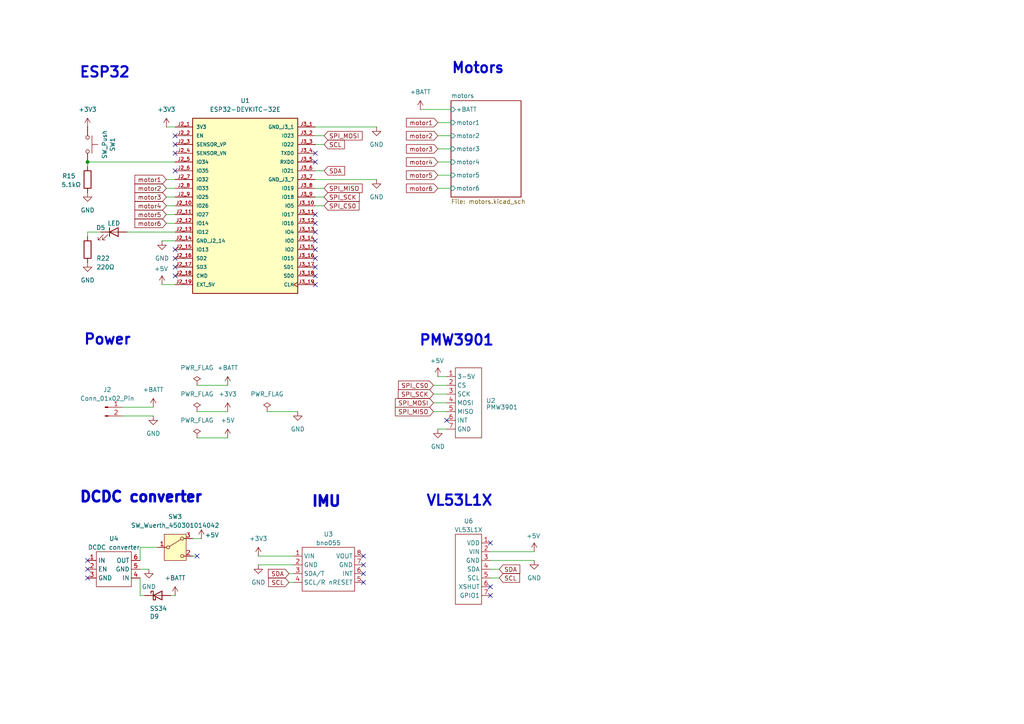
<source format=kicad_sch>
(kicad_sch (version 20231120) (generator "eeschema") (generator_version "8.0")
  (paper "A4")
  (lib_symbols
    (symbol "+3V3_1" (power) (pin_numbers hide) (pin_names (offset 0) hide)
      (property "Value" "+3V3" (at 0 3.556 0))
      (symbol "+3V3_1_0_1"
        (polyline (pts (xy -0.762 1.27) (xy 0 2.54)))
        (polyline (pts (xy 0 0) (xy 0 2.54)))
        (polyline (pts (xy 0 2.54) (xy 0.762 1.27)))
      )
      (symbol "+3V3_1_1_1"
        (pin power_in line (at 0 0 90) (length 0) (name "~") (number "1"))
      )
    )
    (symbol "Connector:Conn_01x02_Pin" (pin_names (offset 1.016) hide)
      (property "Reference" "J" (at 0 2.54 0))
      (property "Value" "Conn_01x02_Pin" (at 0 -5.08 0))
      (symbol "Conn_01x02_Pin_1_1"
        (polyline (pts (xy 1.27 -2.54) (xy 0.8636 -2.54)) (stroke (width 0.1524)))
        (polyline (pts (xy 1.27 0) (xy 0.8636 0)) (stroke (width 0.1524)))
        (rectangle (start 0.8636 -2.413) (end 0 -2.667) (stroke (width 0.1524)) (fill (type outline)))
        (rectangle (start 0.8636 0.127) (end 0 -0.127) (stroke (width 0.1524)) (fill (type outline)))
        (pin passive line (at 5.08 0 180) (length 3.81) (name "Pin_1") (number "1"))
        (pin passive line (at 5.08 -2.54 180) (length 3.81) (name "Pin_2") (number "2"))
      )
    )
    (symbol "Device:D_Schottky" (pin_numbers hide) (pin_names (offset 1.016) hide)
      (property "Reference" "D" (at 0 2.54 0))
      (property "Value" "D_Schottky" (at 0 -2.54 0))
      (symbol "D_Schottky_0_1"
        (polyline (pts (xy 1.27 0) (xy -1.27 0)))
        (polyline (pts (xy 1.27 1.27) (xy 1.27 -1.27) (xy -1.27 0) (xy 1.27 1.27)) (stroke (width 0.254)))
        (polyline (pts (xy -1.905 0.635) (xy -1.905 1.27) (xy -1.27 1.27) (xy -1.27 -1.27) (xy -0.635 -1.27) (xy -0.635 -0.635)) (stroke (width 0.254)))
      )
      (symbol "D_Schottky_1_1"
        (pin passive line (at -3.81 0 0) (length 2.54) (name "K") (number "1"))
        (pin passive line (at 3.81 0 180) (length 2.54) (name "A") (number "2"))
      )
    )
    (symbol "Device:LED" (pin_numbers hide) (pin_names (offset 1.016) hide)
      (property "Reference" "D" (at 0 2.54 0))
      (property "Value" "LED" (at 0 -2.54 0))
      (symbol "LED_0_1"
        (polyline (pts (xy -1.27 -1.27) (xy -1.27 1.27)) (stroke (width 0.254)))
        (polyline (pts (xy -1.27 0) (xy 1.27 0)))
        (polyline (pts (xy 1.27 -1.27) (xy 1.27 1.27) (xy -1.27 0) (xy 1.27 -1.27)) (stroke (width 0.254)))
        (polyline (pts (xy -3.048 -0.762) (xy -4.572 -2.286) (xy -3.81 -2.286) (xy -4.572 -2.286) (xy -4.572 -1.524)))
        (polyline (pts (xy -1.778 -0.762) (xy -3.302 -2.286) (xy -2.54 -2.286) (xy -3.302 -2.286) (xy -3.302 -1.524)))
      )
      (symbol "LED_1_1"
        (pin passive line (at -3.81 0 0) (length 2.54) (name "K") (number "1"))
        (pin passive line (at 3.81 0 180) (length 2.54) (name "A") (number "2"))
      )
    )
    (symbol "Device:R" (pin_numbers hide) (pin_names (offset 0))
      (property "Reference" "R" (at 2.032 0 90))
      (property "Value" "R" (at 0 0 90))
      (symbol "R_0_1"
        (rectangle (start -1.016 -2.54) (end 1.016 2.54) (stroke (width 0.254)))
      )
      (symbol "R_1_1"
        (pin passive line (at 0 3.81 270) (length 1.27) (name "~") (number "1"))
        (pin passive line (at 0 -3.81 90) (length 1.27) (name "~") (number "2"))
      )
    )
    (symbol "ESP32-DEVKITC-32E:ESP32-DEVKITC-32E" (pin_names (offset 1.016))
      (property "Reference" "U" (at -15.24 26.162 0))
      (property "Value" "ESP32-DEVKITC-32E" (at -15.24 -27.94 0))
      (symbol "ESP32-DEVKITC-32E_0_0"
        (rectangle (start -15.24 -25.4) (end 15.24 25.4) (stroke (width 0.254)) (fill (type background)))
        (pin power_in line (at -20.32 22.86 0) (length 5.08) (name "3V3") (number "J2_1"))
        (pin bidirectional line (at -20.32 0 0) (length 5.08) (name "IO26") (number "J2_10"))
        (pin bidirectional line (at -20.32 -2.54 0) (length 5.08) (name "IO27") (number "J2_11"))
        (pin bidirectional line (at -20.32 -5.08 0) (length 5.08) (name "IO14") (number "J2_12"))
        (pin bidirectional line (at -20.32 -7.62 0) (length 5.08) (name "IO12") (number "J2_13"))
        (pin power_in line (at -20.32 -10.16 0) (length 5.08) (name "GND_J2_14") (number "J2_14"))
        (pin bidirectional line (at -20.32 -12.7 0) (length 5.08) (name "IO13") (number "J2_15"))
        (pin bidirectional line (at -20.32 -15.24 0) (length 5.08) (name "SD2") (number "J2_16"))
        (pin bidirectional line (at -20.32 -17.78 0) (length 5.08) (name "SD3") (number "J2_17"))
        (pin bidirectional line (at -20.32 -20.32 0) (length 5.08) (name "CMD") (number "J2_18"))
        (pin power_in line (at -20.32 -22.86 0) (length 5.08) (name "EXT_5V") (number "J2_19"))
        (pin input line (at -20.32 20.32 0) (length 5.08) (name "EN") (number "J2_2"))
        (pin bidirectional line (at -20.32 17.78 0) (length 5.08) (name "SENSOR_VP") (number "J2_3"))
        (pin bidirectional line (at -20.32 15.24 0) (length 5.08) (name "SENSOR_VN") (number "J2_4"))
        (pin bidirectional line (at -20.32 12.7 0) (length 5.08) (name "IO34") (number "J2_5"))
        (pin bidirectional line (at -20.32 10.16 0) (length 5.08) (name "IO35") (number "J2_6"))
        (pin bidirectional line (at -20.32 7.62 0) (length 5.08) (name "IO32") (number "J2_7"))
        (pin bidirectional line (at -20.32 5.08 0) (length 5.08) (name "IO33") (number "J2_8"))
        (pin bidirectional line (at -20.32 2.54 0) (length 5.08) (name "IO25") (number "J2_9"))
        (pin power_in line (at 20.32 22.86 180) (length 5.08) (name "GND_J3_1") (number "J3_1"))
        (pin bidirectional line (at 20.32 0 180) (length 5.08) (name "IO5") (number "J3_10"))
        (pin bidirectional line (at 20.32 -2.54 180) (length 5.08) (name "IO17") (number "J3_11"))
        (pin bidirectional line (at 20.32 -5.08 180) (length 5.08) (name "IO16") (number "J3_12"))
        (pin bidirectional line (at 20.32 -7.62 180) (length 5.08) (name "IO4") (number "J3_13"))
        (pin bidirectional line (at 20.32 -10.16 180) (length 5.08) (name "IO0") (number "J3_14"))
        (pin bidirectional line (at 20.32 -12.7 180) (length 5.08) (name "IO2") (number "J3_15"))
        (pin bidirectional line (at 20.32 -15.24 180) (length 5.08) (name "IO15") (number "J3_16"))
        (pin bidirectional line (at 20.32 -17.78 180) (length 5.08) (name "SD1") (number "J3_17"))
        (pin bidirectional line (at 20.32 -20.32 180) (length 5.08) (name "SD0") (number "J3_18"))
        (pin bidirectional clock (at 20.32 -22.86 180) (length 5.08) (name "CLK") (number "J3_19"))
        (pin bidirectional line (at 20.32 20.32 180) (length 5.08) (name "IO23") (number "J3_2"))
        (pin bidirectional line (at 20.32 17.78 180) (length 5.08) (name "IO22") (number "J3_3"))
        (pin bidirectional line (at 20.32 15.24 180) (length 5.08) (name "TXD0") (number "J3_4"))
        (pin bidirectional line (at 20.32 12.7 180) (length 5.08) (name "RXD0") (number "J3_5"))
        (pin bidirectional line (at 20.32 10.16 180) (length 5.08) (name "IO21") (number "J3_6"))
        (pin power_in line (at 20.32 7.62 180) (length 5.08) (name "GND_J3_7") (number "J3_7"))
        (pin bidirectional line (at 20.32 5.08 180) (length 5.08) (name "IO19") (number "J3_8"))
        (pin bidirectional line (at 20.32 2.54 180) (length 5.08) (name "IO18") (number "J3_9"))
      )
    )
    (symbol "GND_1" (power) (pin_numbers hide) (pin_names (offset 0) hide)
      (property "Value" "GND" (at 0 -3.81 0))
      (symbol "GND_1_0_1"
        (polyline (pts (xy 0 0) (xy 0 -1.27) (xy 1.27 -1.27) (xy 0 -2.54) (xy -1.27 -1.27) (xy 0 -1.27)))
      )
      (symbol "GND_1_1_1"
        (pin power_in line (at 0 0 270) (length 0) (name "~") (number "1"))
      )
    )
    (symbol "POLOLU-3415_VL53L1X_1"
      (property "Reference" "U" (at 0 -13.208 0))
      (symbol "POLOLU-3415_VL53L1X_1_0_1"
        (rectangle (start 3.81 -11.43) (end -3.81 8.89))
      )
      (symbol "POLOLU-3415_VL53L1X_1_1_1"
        (pin power_out line (at 6.35 6.35 180) (length 2.54) (name "VDD") (number "1"))
        (pin power_in line (at 6.35 3.81 180) (length 2.54) (name "VIN") (number "2"))
        (pin power_in line (at 6.35 1.27 180) (length 2.54) (name "GND") (number "3"))
        (pin bidirectional line (at 6.35 -1.27 180) (length 2.54) (name "SDA") (number "4"))
        (pin bidirectional line (at 6.35 -3.81 180) (length 2.54) (name "SCL") (number "5"))
        (pin input line (at 6.35 -6.35 180) (length 2.54) (name "XSHUT") (number "6"))
        (pin output line (at 6.35 -8.89 180) (length 2.54) (name "GPIO1") (number "7"))
      )
    )
    (symbol "Switch:SW_Push" (pin_numbers hide) (pin_names (offset 1.016) hide)
      (property "Reference" "SW" (at 1.27 2.54 0))
      (property "Value" "SW_Push" (at 0 -1.524 0))
      (symbol "SW_Push_0_1"
        (circle (center -2.032 0) (radius 0.508))
        (polyline (pts (xy 0 1.27) (xy 0 3.048)))
        (polyline (pts (xy 2.54 1.27) (xy -2.54 1.27)))
        (circle (center 2.032 0) (radius 0.508))
        (pin passive line (at -5.08 0 0) (length 2.54) (name "1") (number "1"))
        (pin passive line (at 5.08 0 180) (length 2.54) (name "2") (number "2"))
      )
    )
    (symbol "Switch:SW_Wuerth_450301014042" (pin_names (offset 1) hide)
      (property "Reference" "SW" (at 0 5.08 0))
      (property "Value" "SW_Wuerth_450301014042" (at 0 -5.08 0))
      (symbol "SW_Wuerth_450301014042_0_1"
        (circle (center -2.032 0) (radius 0.4572))
        (polyline (pts (xy -1.651 0.254) (xy 1.651 2.286)))
        (circle (center 2.032 -2.54) (radius 0.4572))
        (circle (center 2.032 2.54) (radius 0.4572))
      )
      (symbol "SW_Wuerth_450301014042_1_1"
        (rectangle (start -3.175 3.81) (end 3.175 -3.81) (fill (type background)))
        (pin passive line (at -5.08 0 0) (length 2.54) (name "B") (number "1"))
        (pin passive line (at 5.08 -2.54 180) (length 2.54) (name "C") (number "2"))
        (pin passive line (at 5.08 2.54 180) (length 2.54) (name "A") (number "3"))
      )
    )
    (symbol "drone2:PIM453_PMW3901"
      (property "Reference" "U" (at 0 -12.954 0))
      (symbol "PIM453_PMW3901_0_1"
        (rectangle (start -3.81 8.89) (end 3.81 -11.43))
      )
      (symbol "PIM453_PMW3901_1_1"
        (pin power_in line (at -6.35 6.35 0) (length 2.54) (name "3-5V") (number "1"))
        (pin bidirectional line (at -6.35 3.81 0) (length 2.54) (name "CS") (number "2"))
        (pin bidirectional line (at -6.35 1.27 0) (length 2.54) (name "SCK") (number "3"))
        (pin input line (at -6.35 -1.27 0) (length 2.54) (name "MOSI") (number "4"))
        (pin output line (at -6.35 -3.81 0) (length 2.54) (name "MISO") (number "5"))
        (pin input line (at -6.35 -6.35 0) (length 2.54) (name "INT") (number "6"))
        (pin power_in line (at -6.35 -8.89 0) (length 2.54) (name "GND") (number "7"))
      )
    )
    (symbol "drone2:bno055_module"
      (property "Reference" "U" (at 0 10.16 0))
      (symbol "bno055_module_0_1"
        (rectangle (start -7.62 7.62) (end 7.62 -5.08))
      )
      (symbol "bno055_module_1_1"
        (pin power_in line (at -10.16 5.08 0) (length 2.54) (name "VIN") (number "1"))
        (pin power_in line (at -10.16 2.54 0) (length 2.54) (name "GND") (number "2"))
        (pin bidirectional line (at -10.16 0 0) (length 2.54) (name "SDA/T") (number "3"))
        (pin bidirectional line (at -10.16 -2.54 0) (length 2.54) (name "SCL/R") (number "4"))
        (pin input line (at 10.16 -2.54 180) (length 2.54) (name "nRESET") (number "5"))
        (pin output line (at 10.16 0 180) (length 2.54) (name "INT") (number "6"))
        (pin power_in line (at 10.16 2.54 180) (length 2.54) (name "GND") (number "7"))
        (pin power_out line (at 10.16 5.08 180) (length 2.54) (name "VOUT") (number "8"))
      )
    )
    (symbol "drone2:dcdc_converter_5V"
      (property "Reference" "U" (at 0 7.366 0))
      (symbol "dcdc_converter_5V_0_1"
        (rectangle (start -5.08 5.08) (end 5.08 -5.08))
      )
      (symbol "dcdc_converter_5V_1_1"
        (pin power_in line (at -7.62 2.54 0) (length 2.54) (name "IN") (number "1"))
        (pin input line (at -7.62 0 0) (length 2.54) (name "EN") (number "2"))
        (pin power_in line (at -7.62 -2.54 0) (length 2.54) (name "GND") (number "3"))
        (pin power_in line (at 7.62 -2.54 180) (length 2.54) (name "IN") (number "4"))
        (pin power_in line (at 7.62 0 180) (length 2.54) (name "GND") (number "5"))
        (pin power_out line (at 7.62 2.54 180) (length 2.54) (name "OUT") (number "6"))
      )
    )
    (symbol "power:+5V" (power) (pin_numbers hide) (pin_names (offset 0) hide)
      (property "Value" "+5V" (at 0 3.556 0))
      (symbol "+5V_0_1"
        (polyline (pts (xy -0.762 1.27) (xy 0 2.54)))
        (polyline (pts (xy 0 0) (xy 0 2.54)))
        (polyline (pts (xy 0 2.54) (xy 0.762 1.27)))
      )
      (symbol "+5V_1_1"
        (pin power_in line (at 0 0 90) (length 0) (name "~") (number "1"))
      )
    )
    (symbol "power:+BATT" (power) (pin_numbers hide) (pin_names (offset 0) hide)
      (property "Value" "+BATT" (at 0 3.556 0))
      (symbol "+BATT_0_1"
        (polyline (pts (xy -0.762 1.27) (xy 0 2.54)))
        (polyline (pts (xy 0 0) (xy 0 2.54)))
        (polyline (pts (xy 0 2.54) (xy 0.762 1.27)))
      )
      (symbol "+BATT_1_1"
        (pin power_in line (at 0 0 90) (length 0) (name "~") (number "1"))
      )
    )
    (symbol "power:PWR_FLAG" (power) (pin_numbers hide) (pin_names (offset 0) hide)
      (property "Value" "PWR_FLAG" (at 0 3.81 0))
      (symbol "PWR_FLAG_0_0"
        (pin power_out line (at 0 0 90) (length 0) (name "~") (number "1"))
      )
      (symbol "PWR_FLAG_0_1"
        (polyline (pts (xy 0 0) (xy 0 1.27) (xy -1.016 1.905) (xy 0 2.54) (xy 1.016 1.905) (xy 0 1.27)))
      )
    )
  )
  (junction (at 25.4 46.99))
  (no_connect (at 50.8 77.47))
  (no_connect (at 105.41 168.91))
  (no_connect (at 50.8 49.53))
  (no_connect (at 91.44 82.55))
  (no_connect (at 91.44 69.85))
  (no_connect (at 129.54 121.92))
  (no_connect (at 105.41 166.37))
  (no_connect (at 50.8 41.91))
  (no_connect (at 142.24 157.48))
  (no_connect (at 91.44 72.39))
  (no_connect (at 91.44 64.77))
  (no_connect (at 50.8 72.39))
  (no_connect (at 91.44 80.01))
  (no_connect (at 50.8 44.45))
  (no_connect (at 105.41 163.83))
  (no_connect (at 105.41 161.29))
  (no_connect (at 91.44 46.99))
  (no_connect (at 91.44 74.93))
  (no_connect (at 142.24 170.18))
  (no_connect (at 25.4 167.64))
  (no_connect (at 25.4 165.1))
  (no_connect (at 91.44 62.23))
  (no_connect (at 50.8 80.01))
  (no_connect (at 91.44 44.45))
  (no_connect (at 57.15 161.29))
  (no_connect (at 142.24 172.72))
  (no_connect (at 50.8 74.93))
  (no_connect (at 91.44 77.47))
  (no_connect (at 91.44 67.31))
  (no_connect (at 25.4 162.56))
  (no_connect (at 50.8 39.37))
  (wire (pts (xy 25.4 67.31) (xy 29.21 67.31)))
  (wire (pts (xy 48.26 64.77) (xy 50.8 64.77)))
  (wire (pts (xy 127 124.46) (xy 129.54 124.46)))
  (wire (pts (xy 48.26 59.69) (xy 50.8 59.69)))
  (wire (pts (xy 48.26 52.07) (xy 50.8 52.07)))
  (wire (pts (xy 83.82 168.91) (xy 85.09 168.91)))
  (wire (pts (xy 125.73 116.84) (xy 129.54 116.84)))
  (wire (pts (xy 125.73 119.38) (xy 129.54 119.38)))
  (wire (pts (xy 40.64 172.72) (xy 41.91 172.72)))
  (wire (pts (xy 35.56 120.65) (xy 44.45 120.65)))
  (wire (pts (xy 74.93 163.83) (xy 85.09 163.83)))
  (wire (pts (xy 125.73 111.76) (xy 129.54 111.76)))
  (wire (pts (xy 93.98 39.37) (xy 91.44 39.37)))
  (wire (pts (xy 25.4 68.58) (xy 25.4 67.31)))
  (wire (pts (xy 144.78 167.64) (xy 142.24 167.64)))
  (wire (pts (xy 127 46.99) (xy 130.81 46.99)))
  (wire (pts (xy 35.56 118.11) (xy 44.45 118.11)))
  (wire (pts (xy 48.26 62.23) (xy 50.8 62.23)))
  (wire (pts (xy 74.93 161.29) (xy 85.09 161.29)))
  (wire (pts (xy 40.64 172.72) (xy 40.64 167.64)))
  (wire (pts (xy 57.15 161.29) (xy 55.88 161.29)))
  (wire (pts (xy 127 39.37) (xy 130.81 39.37)))
  (wire (pts (xy 46.99 82.55) (xy 50.8 82.55)))
  (wire (pts (xy 46.99 69.85) (xy 50.8 69.85)))
  (wire (pts (xy 25.4 48.26) (xy 25.4 46.99)))
  (wire (pts (xy 127 35.56) (xy 130.81 35.56)))
  (wire (pts (xy 57.15 111.76) (xy 66.04 111.76)))
  (wire (pts (xy 43.18 165.1) (xy 40.64 165.1)))
  (wire (pts (xy 127 43.18) (xy 130.81 43.18)))
  (wire (pts (xy 77.47 119.38) (xy 86.36 119.38)))
  (wire (pts (xy 93.98 54.61) (xy 91.44 54.61)))
  (wire (pts (xy 48.26 36.83) (xy 50.8 36.83)))
  (wire (pts (xy 121.92 31.75) (xy 130.81 31.75)))
  (wire (pts (xy 83.82 166.37) (xy 85.09 166.37)))
  (wire (pts (xy 142.24 162.56) (xy 154.94 162.56)))
  (wire (pts (xy 91.44 36.83) (xy 109.22 36.83)))
  (wire (pts (xy 142.24 160.02) (xy 154.94 160.02)))
  (wire (pts (xy 57.15 127) (xy 66.04 127)))
  (wire (pts (xy 45.72 158.75) (xy 40.64 158.75)))
  (wire (pts (xy 49.53 172.72) (xy 50.8 172.72)))
  (wire (pts (xy 48.26 54.61) (xy 50.8 54.61)))
  (wire (pts (xy 127 50.8) (xy 130.81 50.8)))
  (wire (pts (xy 93.98 41.91) (xy 91.44 41.91)))
  (wire (pts (xy 93.98 59.69) (xy 91.44 59.69)))
  (wire (pts (xy 36.83 67.31) (xy 50.8 67.31)))
  (wire (pts (xy 66.04 119.38) (xy 57.15 119.38)))
  (wire (pts (xy 93.98 49.53) (xy 91.44 49.53)))
  (wire (pts (xy 93.98 57.15) (xy 91.44 57.15)))
  (wire (pts (xy 125.73 114.3) (xy 129.54 114.3)))
  (wire (pts (xy 109.22 52.07) (xy 91.44 52.07)))
  (wire (pts (xy 127 109.22) (xy 129.54 109.22)))
  (wire (pts (xy 25.4 46.99) (xy 50.8 46.99)))
  (wire (pts (xy 55.88 156.21) (xy 58.42 156.21)))
  (wire (pts (xy 127 54.61) (xy 130.81 54.61)))
  (wire (pts (xy 48.26 57.15) (xy 50.8 57.15)))
  (wire (pts (xy 40.64 158.75) (xy 40.64 162.56)))
  (wire (pts (xy 144.78 165.1) (xy 142.24 165.1)))
  (text "Motors" (at 130.81 21.59 0) (effects (font (size 2.9972 2.9972) (thickness 0.5994) (bold yes)) (justify left bottom)))
  (text "DCDC converter" (at 22.86 146.05 0) (effects (font (size 2.9972 2.9972) (thickness 1) (bold yes)) (justify left bottom)))
  (text "VL53L1X" (at 123.444 147.066 0) (effects (font (size 2.9972 2.9972) (thickness 0.5994) (bold yes)) (justify left bottom)))
  (text "Power" (at 24.13 100.33 0) (effects (font (size 2.9972 2.9972) (thickness 0.5994) (bold yes)) (justify left bottom)))
  (text "PMW3901" (at 121.412 100.584 0) (effects (font (size 2.9972 2.9972) (thickness 0.5994) (bold yes)) (justify left bottom)))
  (text "ESP32" (at 22.86 22.86 0) (effects (font (size 2.9972 2.9972) (thickness 0.5994) (bold yes)) (justify left bottom)))
  (text "IMU" (at 90.17 147.32 0) (effects (font (size 3 3) (thickness 1) (bold yes)) (justify left bottom)))
  (global_label "SPI_SCK" (shape input) (at 125.73 114.3 180) (property "Intersheetrefs" "${INTERSHEET_REFS}" (effects (hide yes))))
  (global_label "SPI_SCK" (shape input) (at 93.98 57.15 0) (property "Intersheetrefs" "${INTERSHEET_REFS}" (effects (hide yes))))
  (global_label "motor5" (shape input) (at 127 50.8 180) (property "Intersheetrefs" "${INTERSHEET_REFS}" (effects (hide yes))))
  (global_label "motor3" (shape input) (at 127 43.18 180) (property "Intersheetrefs" "${INTERSHEET_REFS}" (effects (hide yes))))
  (global_label "motor5" (shape input) (at 48.26 62.23 180) (property "Intersheetrefs" "${INTERSHEET_REFS}" (effects (hide yes))))
  (global_label "motor1" (shape input) (at 48.26 52.07 180) (property "Intersheetrefs" "${INTERSHEET_REFS}" (effects (hide yes))))
  (global_label "motor1" (shape input) (at 127 35.56 180) (property "Intersheetrefs" "${INTERSHEET_REFS}" (effects (hide yes))))
  (global_label "SPI_CS0" (shape input) (at 125.73 111.76 180) (property "Intersheetrefs" "${INTERSHEET_REFS}" (effects (hide yes))))
  (global_label "motor6" (shape input) (at 127 54.61 180) (property "Intersheetrefs" "${INTERSHEET_REFS}" (effects (hide yes))))
  (global_label "SDA" (shape input) (at 144.78 165.1 0) (property "Intersheetrefs" "${INTERSHEET_REFS}" (effects (hide yes))))
  (global_label "SCL" (shape input) (at 83.82 168.91 180) (property "Intersheetrefs" "${INTERSHEET_REFS}" (effects (hide yes))))
  (global_label "SDA" (shape input) (at 93.98 49.53 0) (property "Intersheetrefs" "${INTERSHEET_REFS}" (effects (hide yes))))
  (global_label "SPI_MOSI" (shape input) (at 125.73 116.84 180) (property "Intersheetrefs" "${INTERSHEET_REFS}" (effects (hide yes))))
  (global_label "motor3" (shape input) (at 48.26 57.15 180) (property "Intersheetrefs" "${INTERSHEET_REFS}" (effects (hide yes))))
  (global_label "SPI_CS0" (shape input) (at 93.98 59.69 0) (property "Intersheetrefs" "${INTERSHEET_REFS}" (effects (hide yes))))
  (global_label "SCL" (shape input) (at 93.98 41.91 0) (property "Intersheetrefs" "${INTERSHEET_REFS}" (effects (hide yes))))
  (global_label "motor2" (shape input) (at 48.26 54.61 180) (property "Intersheetrefs" "${INTERSHEET_REFS}" (effects (hide yes))))
  (global_label "SPI_MISO" (shape input) (at 93.98 54.61 0) (property "Intersheetrefs" "${INTERSHEET_REFS}" (effects (hide yes))))
  (global_label "SPI_MOSI" (shape input) (at 93.98 39.37 0) (property "Intersheetrefs" "${INTERSHEET_REFS}" (effects (hide yes))))
  (global_label "motor4" (shape input) (at 127 46.99 180) (property "Intersheetrefs" "${INTERSHEET_REFS}" (effects (hide yes))))
  (global_label "SPI_MISO" (shape input) (at 125.73 119.38 180) (property "Intersheetrefs" "${INTERSHEET_REFS}" (effects (hide yes))))
  (global_label "motor4" (shape input) (at 48.26 59.69 180) (property "Intersheetrefs" "${INTERSHEET_REFS}" (effects (hide yes))))
  (global_label "motor6" (shape input) (at 48.26 64.77 180) (property "Intersheetrefs" "${INTERSHEET_REFS}" (effects (hide yes))))
  (global_label "SDA" (shape input) (at 83.82 166.37 180) (property "Intersheetrefs" "${INTERSHEET_REFS}" (effects (hide yes))))
  (global_label "SCL" (shape input) (at 144.78 167.64 0) (property "Intersheetrefs" "${INTERSHEET_REFS}" (effects (hide yes))))
  (global_label "motor2" (shape input) (at 127 39.37 180) (property "Intersheetrefs" "${INTERSHEET_REFS}" (effects (hide yes))))
  (symbol (lib_id "drone2:dcdc_converter_5V") (at 33.02 165.1 0) (unit 1)
    (property "Reference" "U4" (at 33.02 156.21 0))
    (property "Value" "DCDC converter" (at 33.02 158.75 0))
    (property "Footprint" "drone2:dcdc_converter_5V" (effects (hide yes)))
    (property "Description" "Please solder short pin sockets" (effects (hide yes)))
    (property "MANUFACTURER" "TE Connectivity" (effects (hide yes)))
    (property "Production Number" "1-1814655-5" (effects (hide yes)))
    (property "Purchase link" "https://jp.rs-online.com/web/p/sil-sockets/6811320" (effects (hide yes)))
    (property "Unit Price" "254.76" (effects (hide yes)))
  )
  (symbol (lib_id "Device:R") (at 25.4 72.39 180) (unit 1)
    (property "Reference" "R22" (at 27.94 74.9331 0) (effects (justify right)))
    (property "Value" "220Ω" (at 27.94 77.47 0) (effects (justify right)))
    (property "Footprint" "Resistor_SMD:R_0603_1608Metric" (effects (hide yes)))
    (property "Purchase link" "https://www.mouser.jp/ProductDetail/Pulse-Electronics/GBK160808T-221Y-N?qs=j%252B1pi9TdxUbKNI%252BrSL0iyA%3D%3D" (effects (hide yes)))
    (property "Vendor" "https://www.mouser.jp/ProductDetail/Bourns/CR0603-JW-101ELF?qs=jAUlru4btJFOerhakJcyhQ%3D%3D" (effects (hide yes)))
    (property "MANUFACTURER" "Pulse Electronics" (effects (hide yes)))
    (property "Production Number" "GBK160808T-221Y-N" (effects (hide yes)))
    (property "Unit Price" "17.4" (effects (hide yes)))
  )
  (symbol (lib_name "GND_1") (lib_id "power:GND") (at 74.93 163.83 0) (unit 1)
    (property "Reference" "#PWR042" (effects (hide yes)))
    (property "Value" "GND" (at 74.93 168.91 0))
    (property "Description" "Power symbol creates a global label with name \"GND\" , ground" (effects (hide yes)))
  )
  (symbol (lib_name "GND_1") (lib_id "power:GND") (at 86.36 119.38 0) (unit 1)
    (property "Reference" "#PWR02" (effects (hide yes)))
    (property "Value" "GND" (at 86.36 124.46 0))
    (property "Description" "Power symbol creates a global label with name \"GND\" , ground" (effects (hide yes)))
  )
  (symbol (lib_id "Switch:SW_Wuerth_450301014042") (at 50.8 158.75 0) (unit 1)
    (property "Reference" "SW3" (at 50.8 149.86 0))
    (property "Value" "SW_Wuerth_450301014042" (at 50.8 152.4 0))
    (property "Footprint" "Button_Switch_THT:SW_Slide-03_Wuerth-WS-SLTV_10x2.5x6.4_P2.54mm" (effects (hide yes)))
    (property "Datasheet" "https://www.we-online.com/components/products/datasheet/450301014042.pdf" (effects (hide yes)))
    (property "Vendor" "https://www.mouser.jp/ProductDetail/Wurth-Elektronik/450301014042?qs=wr8lucFkNMW0uepaR4R%2Fww%3D%3D" (effects (hide yes)))
    (property "MANUFACTURER" "Wurth Elektronik" (effects (hide yes)))
    (property "Production Number" "450301014042" (effects (hide yes)))
    (property "Purchase link" "https://www.mouser.jp/ProductDetail/Wurth-Elektronik/450301014042?qs=wr8lucFkNMW0uepaR4R%2Fww%3D%3D" (effects (hide yes)))
    (property "Unit Price" "320.7" (effects (hide yes)))
  )
  (symbol (lib_name "GND_1") (lib_id "power:GND") (at 25.4 55.88 0) (unit 1)
    (property "Reference" "#PWR025" (effects (hide yes)))
    (property "Value" "GND" (at 25.4 60.96 0))
    (property "Description" "Power symbol creates a global label with name \"GND\" , ground" (effects (hide yes)))
  )
  (symbol (lib_id "Device:R") (at 25.4 52.07 180) (unit 1)
    (property "Reference" "R15" (at 18.034 51.054 0) (effects (justify right)))
    (property "Value" "5.1kΩ" (at 17.78 53.594 0) (effects (justify right)))
    (property "Footprint" "Resistor_SMD:R_0603_1608Metric" (effects (hide yes)))
    (property "Purchase link" "https://www.mouser.jp/ProductDetail/Vishay/CRCW06035K10FKEC?qs=sGAEpiMZZMtlubZbdhIBIKbhzOdzan%2FGt7ImYW9MzNM%3D" (effects (hide yes)))
    (property "Vendor" "https://www.mouser.jp/ProductDetail/Vishay-Dale/CRCW0603147RFKTA?qs=sGAEpiMZZMtlubZbdhIBIFhyVsDsW4rVsTDNpacpLcg%3D" (effects (hide yes)))
    (property "MANUFACTURER" "Vishay" (effects (hide yes)))
    (property "Production Number" "CRCW06035K10FKEC" (effects (hide yes)))
    (property "Unit Price" "19" (effects (hide yes)))
  )
  (symbol (lib_id "drone2:PIM453_PMW3901") (at 135.89 115.57 0) (unit 1)
    (property "Reference" "U2" (at 140.97 116.2049 0) (effects (justify left)))
    (property "Value" "PMW3901" (at 140.97 118.11 0) (effects (justify left)))
    (property "Footprint" "Connector_PinSocket_2.54mm:PinSocket_1x07_P2.54mm_Vertical" (effects (hide yes)))
    (property "Description" "Please solder a pin socket" (effects (hide yes)))
    (property "MANUFACTURER" " Sullins Connector Solutions" (effects (hide yes)))
    (property "Production Number" "PPPC071LFBN-RC" (effects (hide yes)))
    (property "Purchase link" "https://www.digikey.jp/ja/products/detail/sullins-connector-solutions/PPPC071LFBN-RC/810179?gad_source=1&gad_campaignid=17336038749&gbraid=0AAAAADrbLliB6ioIx_0oOG1P63n9-RdUC&gclid=Cj0KCQjwyIPDBhDBARIsAHJyyVh_2R4ghHcxb_gq0XFIGfvlTUJfJKWMpN-mnReKNHx95jSJMgATJM0aAt1bEALw_wcB&gclsrc=aw.ds" (effects (hide yes)))
    (property "Unit Price" "73" (effects (hide yes)))
  )
  (symbol (lib_name "GND_1") (lib_id "power:GND") (at 127 124.46 0) (unit 1)
    (property "Reference" "#PWR041" (effects (hide yes)))
    (property "Value" "GND" (at 127 129.54 0))
    (property "Description" "Power symbol creates a global label with name \"GND\" , ground" (effects (hide yes)))
  )
  (symbol (lib_name "GND_1") (lib_id "power:GND") (at 109.22 52.07 0) (unit 1)
    (property "Reference" "#PWR08" (effects (hide yes)))
    (property "Value" "GND" (at 109.22 57.15 0))
    (property "Description" "Power symbol creates a global label with name \"GND\" , ground" (effects (hide yes)))
  )
  (symbol (lib_name "GND_1") (lib_id "power:GND") (at 44.45 120.65 0) (unit 1)
    (property "Reference" "#PWR01" (effects (hide yes)))
    (property "Value" "GND" (at 44.45 125.73 0))
    (property "Description" "Power symbol creates a global label with name \"GND\" , ground" (effects (hide yes)))
  )
  (symbol (lib_id "power:+5V") (at 154.94 160.02 0) (unit 1)
    (property "Reference" "#PWR017" (effects (hide yes)))
    (property "Value" "+5V" (at 154.686 155.448 0))
    (property "Description" "Power symbol creates a global label with name \"+5V\"" (effects (hide yes)))
  )
  (symbol (lib_id "power:+BATT") (at 50.8 172.72 0) (unit 1)
    (property "Reference" "#PWR015" (effects (hide yes)))
    (property "Value" "+BATT" (at 50.8 167.64 0))
    (property "Description" "Power symbol creates a global label with name \"+BATT\"" (effects (hide yes)))
  )
  (symbol (lib_id "Device:D_Schottky") (at 45.72 172.72 0) (unit 1)
    (property "Reference" "D9" (at 43.434 178.816 0) (effects (justify left)))
    (property "Value" "SS34" (at 43.434 176.5046 0) (effects (justify left)))
    (property "Footprint" "Diode_SMD:D_SOD-123F" (effects (hide yes)))
    (property "Vendor" "https://www.mouser.jp/ProductDetail/onsemi-Fairchild/SS34?qs=2ONuHmP%2FXzb3ub11UdFfdQ%3D%3D&srsltid=AfmBOop4ud1ItcB-HYMCmTOmqkT8PGUqx9dmA59F7xl38_CdzAgJf0R1&_gl=1*1arwo9r*_ga*MTQ5MzU3NjA1OS4xNzM4NzIyMDQ4*_ga_15W4STQT4T*MTc0MjQyODU5Ny41LjAuMTc0MjQyODU5OS41OC4wLjA." (effects (hide yes)))
    (property "Mounting Type" "SMD" (effects (hide yes)))
    (property "Production Number" "SS34FA " (effects (hide yes)))
    (property "Unit Price" "56.9" (effects (hide yes)))
    (property "MANUFACTURER" " onsemi / Fairchild " (effects (hide yes)))
    (property "Purchase link" "https://www.mouser.jp/ProductDetail/onsemi-Fairchild/SS34FA?qs=R26iFe%2FkX%2FK1QUwZdCmBBw%3D%3D" (effects (hide yes)))
  )
  (symbol (lib_id "Switch:SW_Push") (at 25.4 41.91 270) (unit 1)
    (property "Reference" "SW1" (at 32.639 41.91 0))
    (property "Value" "SW_Push" (at 30.3276 41.91 0))
    (property "Footprint" "Button_Switch_THT:SW_PUSH_6mm_H5mm" (effects (hide yes)))
    (property "MANUFACTURER" "Same Sky" (effects (hide yes)))
    (property "Production Number" "TS02-66-50-BK-100-LCR-D" (effects (hide yes)))
    (property "Purchase link" "https://www.mouser.jp/ProductDetail/Same-Sky/TS02-66-50-BK-100-LCR-D?qs=A6eO%252BMLsxmQ2%2FFf8jET%252BrA%3D%3D" (effects (hide yes)))
    (property "Unit Price" "15.8" (effects (hide yes)))
  )
  (symbol (lib_name "+3V3_1") (lib_id "power:+3V3") (at 74.93 161.29 0) (unit 1)
    (property "Reference" "#PWR043" (effects (hide yes)))
    (property "Value" "+3V3" (at 74.93 156.21 0))
    (property "Description" "Power symbol creates a global label with name \"+3V3\"" (effects (hide yes)))
  )
  (symbol (lib_name "+3V3_1") (lib_id "power:+3V3") (at 48.26 36.83 0) (unit 1)
    (property "Reference" "#PWR011" (effects (hide yes)))
    (property "Value" "+3V3" (at 48.26 31.75 0))
    (property "Description" "Power symbol creates a global label with name \"+3V3\"" (effects (hide yes)))
  )
  (symbol (lib_id "power:+5V") (at 46.99 82.55 0) (unit 1)
    (property "Reference" "#PWR06" (effects (hide yes)))
    (property "Value" "+5V" (at 46.736 77.978 0))
    (property "Description" "Power symbol creates a global label with name \"+5V\"" (effects (hide yes)))
  )
  (symbol (lib_id "power:PWR_FLAG") (at 57.15 119.38 0) (unit 1)
    (property "Reference" "#FLG03" (effects (hide yes)))
    (property "Value" "PWR_FLAG" (at 57.15 114.3 0))
    (property "Description" "Special symbol for telling ERC where power comes from" (effects (hide yes)))
  )
  (symbol (lib_name "POLOLU-3415_VL53L1X_1") (lib_id "drone2:POLOLU-3415_VL53L1X") (at 135.89 163.83 0) (unit 1)
    (property "Reference" "U6" (at 135.89 151.13 0))
    (property "Value" "VL53L1X" (at 135.89 153.67 0))
    (property "Footprint" "Connector_PinSocket_2.54mm:PinSocket_1x07_P2.54mm_Vertical" (effects (hide yes)))
    (property "Description" "Please solder a pin socket" (effects (hide yes)))
    (property "MANUFACTURER" " Sullins Connector Solutions" (effects (hide yes)))
    (property "Production Number" "PPPC071LFBN-RC" (effects (hide yes)))
    (property "Purchase link" "https://www.digikey.jp/ja/products/detail/sullins-connector-solutions/PPPC071LFBN-RC/810179?gad_source=1&gad_campaignid=17336038749&gbraid=0AAAAADrbLliB6ioIx_0oOG1P63n9-RdUC&gclid=Cj0KCQjwyIPDBhDBARIsAHJyyVh_2R4ghHcxb_gq0XFIGfvlTUJfJKWMpN-mnReKNHx95jSJMgATJM0aAt1bEALw_wcB&gclsrc=aw.ds" (effects (hide yes)))
    (property "Unit Price" "73" (effects (hide yes)))
  )
  (symbol (lib_id "power:+5V") (at 58.42 156.21 0) (unit 1)
    (property "Reference" "#PWR026" (effects (hide yes)))
    (property "Value" "+5V" (at 61.468 155.194 0))
    (property "Description" "Power symbol creates a global label with name \"+5V\"" (effects (hide yes)))
  )
  (symbol (lib_name "GND_1") (lib_id "power:GND") (at 25.4 76.2 0) (unit 1)
    (property "Reference" "#PWR010" (effects (hide yes)))
    (property "Value" "GND" (at 25.4 81.28 0))
    (property "Description" "Power symbol creates a global label with name \"GND\" , ground" (effects (hide yes)))
  )
  (symbol (lib_id "power:+BATT") (at 44.45 118.11 0) (unit 1)
    (property "Reference" "#PWR012" (effects (hide yes)))
    (property "Value" "+BATT" (at 44.45 113.03 0))
    (property "Description" "Power symbol creates a global label with name \"+BATT\"" (effects (hide yes)))
  )
  (symbol (lib_id "power:+BATT") (at 66.04 111.76 0) (unit 1)
    (property "Reference" "#PWR040" (effects (hide yes)))
    (property "Value" "+BATT" (at 66.04 106.68 0))
    (property "Description" "Power symbol creates a global label with name \"+BATT\"" (effects (hide yes)))
  )
  (symbol (lib_id "Device:LED") (at 33.02 67.31 0) (unit 1)
    (property "Reference" "D5" (at 29.21 66.04 0))
    (property "Value" "LED" (at 33.02 64.77 0))
    (property "Footprint" "Diode_SMD:D_0603_1608Metric" (effects (hide yes)))
    (property "Purchase link" "https://www.mouser.jp/ProductDetail/Bivar/SM0603UBWC?qs=hWDdE2Pc5RAVU9aZAE1txQ%3D%3D" (effects (hide yes)))
    (property "Vendor" "https://www.mouser.jp/ProductDetail/Bivar/SM0603URC?qs=hWDdE2Pc5RAmyCtviNtSxQ%3D%3D" (effects (hide yes)))
    (property "MANUFACTURER" "Bivar " (effects (hide yes)))
    (property "Production Number" " SM0603UBWC" (effects (hide yes)))
    (property "Unit Price" "180.1" (effects (hide yes)))
  )
  (symbol (lib_id "drone2:bno055_module") (at 95.25 166.37 0) (unit 1)
    (property "Reference" "U3" (at 95.25 154.94 0))
    (property "Value" "bno055" (at 95.25 157.48 0))
    (property "Footprint" "drone2:bno055_module" (effects (hide yes)))
    (property "Description" "Please solder short pin sockets" (effects (hide yes)))
    (property "MANUFACTURER" "TE Connectivity" (effects (hide yes)))
    (property "Production Number" "1-1814655-5" (effects (hide yes)))
    (property "Purchase link" "https://jp.rs-online.com/web/p/sil-sockets/6811320" (effects (hide yes)))
    (property "Unit Price" "254.76" (effects (hide yes)))
  )
  (symbol (lib_id "power:+BATT") (at 121.92 31.75 0) (unit 1)
    (property "Reference" "#PWR09" (effects (hide yes)))
    (property "Value" "+BATT" (at 121.92 26.67 0))
    (property "Description" "Power symbol creates a global label with name \"+BATT\"" (effects (hide yes)))
  )
  (symbol (lib_id "power:PWR_FLAG") (at 77.47 119.38 0) (unit 1)
    (property "Reference" "#FLG05" (effects (hide yes)))
    (property "Value" "PWR_FLAG" (at 77.47 114.3 0))
    (property "Description" "Special symbol for telling ERC where power comes from" (effects (hide yes)))
  )
  (symbol (lib_id "power:+5V") (at 127 109.22 0) (unit 1)
    (property "Reference" "#PWR014" (effects (hide yes)))
    (property "Value" "+5V" (at 126.746 104.648 0))
    (property "Description" "Power symbol creates a global label with name \"+5V\"" (effects (hide yes)))
  )
  (symbol (lib_name "GND_1") (lib_id "power:GND") (at 46.99 69.85 0) (unit 1)
    (property "Reference" "#PWR04" (effects (hide yes)))
    (property "Value" "GND" (at 46.99 74.93 0))
    (property "Description" "Power symbol creates a global label with name \"GND\" , ground" (effects (hide yes)))
  )
  (symbol (lib_name "+3V3_1") (lib_id "power:+3V3") (at 25.4 36.83 0) (unit 1)
    (property "Reference" "#PWR03" (effects (hide yes)))
    (property "Value" "+3V3" (at 25.4 31.75 0))
    (property "Description" "Power symbol creates a global label with name \"+3V3\"" (effects (hide yes)))
  )
  (symbol (lib_id "ESP32-DEVKITC-32E:ESP32-DEVKITC-32E") (at 71.12 59.69 0) (unit 1)
    (property "Reference" "U1" (at 71.12 29.21 0))
    (property "Value" "ESP32-DEVKITC-32E" (at 71.12 31.75 0))
    (property "Footprint" "ESP32-DEVKITC-32E:MODULE_ESP32-DEVKITC-32E" (effects (hide yes)))
    (property "Description" "Please solder pin sockets" (effects (hide yes)))
    (property "PARTREV" "1.4" (effects (hide yes)))
    (property "STANDARD" "Manufacturer Recommendations" (effects (hide yes)))
    (property "Purchase link" "https://ja.aliexpress.com/item/2255800402803465.html?gatewayAdapt=4itemAdapt" (effects (hide yes)))
    (property "Unit Price" "206.15" (effects (hide yes)))
  )
  (symbol (lib_name "+3V3_1") (lib_id "power:+3V3") (at 66.04 119.38 0) (unit 1)
    (property "Reference" "#PWR05" (effects (hide yes)))
    (property "Value" "+3V3" (at 66.04 114.3 0))
    (property "Description" "Power symbol creates a global label with name \"+3V3\"" (effects (hide yes)))
  )
  (symbol (lib_id "power:+5V") (at 66.04 127 0) (unit 1)
    (property "Reference" "#PWR07" (effects (hide yes)))
    (property "Value" "+5V" (at 66.04 121.92 0))
    (property "Description" "Power symbol creates a global label with name \"+5V\"" (effects (hide yes)))
  )
  (symbol (lib_name "GND_1") (lib_id "power:GND") (at 109.22 36.83 0) (unit 1)
    (property "Reference" "#PWR013" (effects (hide yes)))
    (property "Value" "GND" (at 109.22 41.91 0))
    (property "Description" "Power symbol creates a global label with name \"GND\" , ground" (effects (hide yes)))
  )
  (symbol (lib_id "power:PWR_FLAG") (at 57.15 111.76 0) (unit 1)
    (property "Reference" "#FLG01" (effects (hide yes)))
    (property "Value" "PWR_FLAG" (at 57.15 106.68 0))
    (property "Description" "Special symbol for telling ERC where power comes from" (effects (hide yes)))
  )
  (symbol (lib_name "GND_1") (lib_id "power:GND") (at 154.94 162.56 0) (unit 1)
    (property "Reference" "#PWR016" (effects (hide yes)))
    (property "Value" "GND" (at 154.94 167.64 0))
    (property "Description" "Power symbol creates a global label with name \"GND\" , ground" (effects (hide yes)))
  )
  (symbol (lib_name "GND_1") (lib_id "power:GND") (at 43.18 165.1 0) (unit 1)
    (property "Reference" "#PWR027" (effects (hide yes)))
    (property "Value" "GND" (at 43.18 170.18 0))
    (property "Description" "Power symbol creates a global label with name \"GND\" , ground" (effects (hide yes)))
  )
  (symbol (lib_id "power:PWR_FLAG") (at 57.15 127 0) (unit 1)
    (property "Reference" "#FLG02" (effects (hide yes)))
    (property "Value" "PWR_FLAG" (at 57.15 121.92 0))
    (property "Description" "Special symbol for telling ERC where power comes from" (effects (hide yes)))
  )
  (symbol (lib_id "Connector:Conn_01x02_Pin") (at 30.48 118.11 0) (unit 1)
    (property "Reference" "J2" (at 31.115 113.03 0))
    (property "Value" "Conn_01x02_Pin" (at 31.115 115.57 0))
    (property "Footprint" "Connector_PinHeader_2.54mm:PinHeader_1x02_P2.54mm_Horizontal" (effects (hide yes)))
    (property "Purchase link" "https://www.digikey.jp/ja/products/detail/adam-tech/PH1RB-02-UA/9830333" (effects (hide yes)))
    (property "Unit Price" "15" (effects (hide yes)))
    (property "MANUFACTURER" " Adam Tech" (effects (hide yes)))
    (property "Production Number" "PH1RB-02-UA" (effects (hide yes)))
  )
  (sheet (at 130.81 29.21) (size 20.32 27.94) (stroke (width 0.1524))
    (property "Sheetname" "motors" (at 130.81 28.4984 0) (effects (justify left bottom)))
    (property "Sheetfile" "motors.kicad_sch" (at 130.81 57.7346 0) (effects (justify left top)))
    (pin "+BATT" input (at 130.81 31.75 180))
    (pin "motor5" input (at 130.81 50.8 180))
    (pin "motor2" input (at 130.81 39.37 180))
    (pin "motor3" input (at 130.81 43.18 180))
    (pin "motor4" input (at 130.81 46.99 180))
    (pin "motor1" input (at 130.81 35.56 180))
    (pin "motor6" input (at 130.81 54.61 180))
  )
)
</source>
